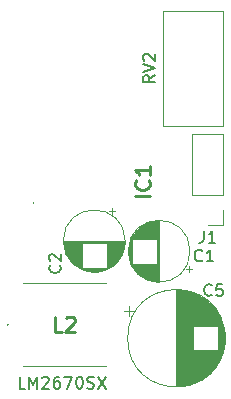
<source format=gbr>
%TF.GenerationSoftware,KiCad,Pcbnew,7.0.1*%
%TF.CreationDate,2023-06-01T20:44:39-07:00*%
%TF.ProjectId,LM2670SX-Carrier-SMD-inductor-ADJ,4c4d3236-3730-4535-982d-436172726965,rev?*%
%TF.SameCoordinates,Original*%
%TF.FileFunction,Legend,Top*%
%TF.FilePolarity,Positive*%
%FSLAX46Y46*%
G04 Gerber Fmt 4.6, Leading zero omitted, Abs format (unit mm)*
G04 Created by KiCad (PCBNEW 7.0.1) date 2023-06-01 20:44:39*
%MOMM*%
%LPD*%
G01*
G04 APERTURE LIST*
%ADD10C,0.150000*%
%ADD11C,0.254000*%
%ADD12C,0.120000*%
%ADD13C,0.100000*%
%ADD14C,0.200000*%
G04 APERTURE END LIST*
D10*
X173327233Y-116633633D02*
X172851043Y-116633633D01*
X172851043Y-116633633D02*
X172851043Y-115633633D01*
X173660567Y-116633633D02*
X173660567Y-115633633D01*
X173660567Y-115633633D02*
X173993900Y-116347918D01*
X173993900Y-116347918D02*
X174327233Y-115633633D01*
X174327233Y-115633633D02*
X174327233Y-116633633D01*
X174755805Y-115728871D02*
X174803424Y-115681252D01*
X174803424Y-115681252D02*
X174898662Y-115633633D01*
X174898662Y-115633633D02*
X175136757Y-115633633D01*
X175136757Y-115633633D02*
X175231995Y-115681252D01*
X175231995Y-115681252D02*
X175279614Y-115728871D01*
X175279614Y-115728871D02*
X175327233Y-115824109D01*
X175327233Y-115824109D02*
X175327233Y-115919347D01*
X175327233Y-115919347D02*
X175279614Y-116062204D01*
X175279614Y-116062204D02*
X174708186Y-116633633D01*
X174708186Y-116633633D02*
X175327233Y-116633633D01*
X176184376Y-115633633D02*
X175993900Y-115633633D01*
X175993900Y-115633633D02*
X175898662Y-115681252D01*
X175898662Y-115681252D02*
X175851043Y-115728871D01*
X175851043Y-115728871D02*
X175755805Y-115871728D01*
X175755805Y-115871728D02*
X175708186Y-116062204D01*
X175708186Y-116062204D02*
X175708186Y-116443156D01*
X175708186Y-116443156D02*
X175755805Y-116538394D01*
X175755805Y-116538394D02*
X175803424Y-116586014D01*
X175803424Y-116586014D02*
X175898662Y-116633633D01*
X175898662Y-116633633D02*
X176089138Y-116633633D01*
X176089138Y-116633633D02*
X176184376Y-116586014D01*
X176184376Y-116586014D02*
X176231995Y-116538394D01*
X176231995Y-116538394D02*
X176279614Y-116443156D01*
X176279614Y-116443156D02*
X176279614Y-116205061D01*
X176279614Y-116205061D02*
X176231995Y-116109823D01*
X176231995Y-116109823D02*
X176184376Y-116062204D01*
X176184376Y-116062204D02*
X176089138Y-116014585D01*
X176089138Y-116014585D02*
X175898662Y-116014585D01*
X175898662Y-116014585D02*
X175803424Y-116062204D01*
X175803424Y-116062204D02*
X175755805Y-116109823D01*
X175755805Y-116109823D02*
X175708186Y-116205061D01*
X176612948Y-115633633D02*
X177279614Y-115633633D01*
X177279614Y-115633633D02*
X176851043Y-116633633D01*
X177851043Y-115633633D02*
X177946281Y-115633633D01*
X177946281Y-115633633D02*
X178041519Y-115681252D01*
X178041519Y-115681252D02*
X178089138Y-115728871D01*
X178089138Y-115728871D02*
X178136757Y-115824109D01*
X178136757Y-115824109D02*
X178184376Y-116014585D01*
X178184376Y-116014585D02*
X178184376Y-116252680D01*
X178184376Y-116252680D02*
X178136757Y-116443156D01*
X178136757Y-116443156D02*
X178089138Y-116538394D01*
X178089138Y-116538394D02*
X178041519Y-116586014D01*
X178041519Y-116586014D02*
X177946281Y-116633633D01*
X177946281Y-116633633D02*
X177851043Y-116633633D01*
X177851043Y-116633633D02*
X177755805Y-116586014D01*
X177755805Y-116586014D02*
X177708186Y-116538394D01*
X177708186Y-116538394D02*
X177660567Y-116443156D01*
X177660567Y-116443156D02*
X177612948Y-116252680D01*
X177612948Y-116252680D02*
X177612948Y-116014585D01*
X177612948Y-116014585D02*
X177660567Y-115824109D01*
X177660567Y-115824109D02*
X177708186Y-115728871D01*
X177708186Y-115728871D02*
X177755805Y-115681252D01*
X177755805Y-115681252D02*
X177851043Y-115633633D01*
X178565329Y-116586014D02*
X178708186Y-116633633D01*
X178708186Y-116633633D02*
X178946281Y-116633633D01*
X178946281Y-116633633D02*
X179041519Y-116586014D01*
X179041519Y-116586014D02*
X179089138Y-116538394D01*
X179089138Y-116538394D02*
X179136757Y-116443156D01*
X179136757Y-116443156D02*
X179136757Y-116347918D01*
X179136757Y-116347918D02*
X179089138Y-116252680D01*
X179089138Y-116252680D02*
X179041519Y-116205061D01*
X179041519Y-116205061D02*
X178946281Y-116157442D01*
X178946281Y-116157442D02*
X178755805Y-116109823D01*
X178755805Y-116109823D02*
X178660567Y-116062204D01*
X178660567Y-116062204D02*
X178612948Y-116014585D01*
X178612948Y-116014585D02*
X178565329Y-115919347D01*
X178565329Y-115919347D02*
X178565329Y-115824109D01*
X178565329Y-115824109D02*
X178612948Y-115728871D01*
X178612948Y-115728871D02*
X178660567Y-115681252D01*
X178660567Y-115681252D02*
X178755805Y-115633633D01*
X178755805Y-115633633D02*
X178993900Y-115633633D01*
X178993900Y-115633633D02*
X179136757Y-115681252D01*
X179470091Y-115633633D02*
X180136757Y-116633633D01*
X180136757Y-115633633D02*
X179470091Y-116633633D01*
%TO.C,J1*%
X188414366Y-103262819D02*
X188414366Y-103977104D01*
X188414366Y-103977104D02*
X188366747Y-104119961D01*
X188366747Y-104119961D02*
X188271509Y-104215200D01*
X188271509Y-104215200D02*
X188128652Y-104262819D01*
X188128652Y-104262819D02*
X188033414Y-104262819D01*
X189414366Y-104262819D02*
X188842938Y-104262819D01*
X189128652Y-104262819D02*
X189128652Y-103262819D01*
X189128652Y-103262819D02*
X189033414Y-103405676D01*
X189033414Y-103405676D02*
X188938176Y-103500914D01*
X188938176Y-103500914D02*
X188842938Y-103548533D01*
%TO.C,C2*%
X176227462Y-106199968D02*
X176275082Y-106247587D01*
X176275082Y-106247587D02*
X176322701Y-106390444D01*
X176322701Y-106390444D02*
X176322701Y-106485682D01*
X176322701Y-106485682D02*
X176275082Y-106628539D01*
X176275082Y-106628539D02*
X176179843Y-106723777D01*
X176179843Y-106723777D02*
X176084605Y-106771396D01*
X176084605Y-106771396D02*
X175894129Y-106819015D01*
X175894129Y-106819015D02*
X175751272Y-106819015D01*
X175751272Y-106819015D02*
X175560796Y-106771396D01*
X175560796Y-106771396D02*
X175465558Y-106723777D01*
X175465558Y-106723777D02*
X175370320Y-106628539D01*
X175370320Y-106628539D02*
X175322701Y-106485682D01*
X175322701Y-106485682D02*
X175322701Y-106390444D01*
X175322701Y-106390444D02*
X175370320Y-106247587D01*
X175370320Y-106247587D02*
X175417939Y-106199968D01*
X175417939Y-105819015D02*
X175370320Y-105771396D01*
X175370320Y-105771396D02*
X175322701Y-105676158D01*
X175322701Y-105676158D02*
X175322701Y-105438063D01*
X175322701Y-105438063D02*
X175370320Y-105342825D01*
X175370320Y-105342825D02*
X175417939Y-105295206D01*
X175417939Y-105295206D02*
X175513177Y-105247587D01*
X175513177Y-105247587D02*
X175608415Y-105247587D01*
X175608415Y-105247587D02*
X175751272Y-105295206D01*
X175751272Y-105295206D02*
X176322701Y-105866634D01*
X176322701Y-105866634D02*
X176322701Y-105247587D01*
%TO.C,C1*%
X188294018Y-105765440D02*
X188246399Y-105813060D01*
X188246399Y-105813060D02*
X188103542Y-105860679D01*
X188103542Y-105860679D02*
X188008304Y-105860679D01*
X188008304Y-105860679D02*
X187865447Y-105813060D01*
X187865447Y-105813060D02*
X187770209Y-105717821D01*
X187770209Y-105717821D02*
X187722590Y-105622583D01*
X187722590Y-105622583D02*
X187674971Y-105432107D01*
X187674971Y-105432107D02*
X187674971Y-105289250D01*
X187674971Y-105289250D02*
X187722590Y-105098774D01*
X187722590Y-105098774D02*
X187770209Y-105003536D01*
X187770209Y-105003536D02*
X187865447Y-104908298D01*
X187865447Y-104908298D02*
X188008304Y-104860679D01*
X188008304Y-104860679D02*
X188103542Y-104860679D01*
X188103542Y-104860679D02*
X188246399Y-104908298D01*
X188246399Y-104908298D02*
X188294018Y-104955917D01*
X189246399Y-105860679D02*
X188674971Y-105860679D01*
X188960685Y-105860679D02*
X188960685Y-104860679D01*
X188960685Y-104860679D02*
X188865447Y-105003536D01*
X188865447Y-105003536D02*
X188770209Y-105098774D01*
X188770209Y-105098774D02*
X188674971Y-105146393D01*
%TO.C,C5*%
X189100268Y-108689602D02*
X189052649Y-108737222D01*
X189052649Y-108737222D02*
X188909792Y-108784841D01*
X188909792Y-108784841D02*
X188814554Y-108784841D01*
X188814554Y-108784841D02*
X188671697Y-108737222D01*
X188671697Y-108737222D02*
X188576459Y-108641983D01*
X188576459Y-108641983D02*
X188528840Y-108546745D01*
X188528840Y-108546745D02*
X188481221Y-108356269D01*
X188481221Y-108356269D02*
X188481221Y-108213412D01*
X188481221Y-108213412D02*
X188528840Y-108022936D01*
X188528840Y-108022936D02*
X188576459Y-107927698D01*
X188576459Y-107927698D02*
X188671697Y-107832460D01*
X188671697Y-107832460D02*
X188814554Y-107784841D01*
X188814554Y-107784841D02*
X188909792Y-107784841D01*
X188909792Y-107784841D02*
X189052649Y-107832460D01*
X189052649Y-107832460D02*
X189100268Y-107880079D01*
X190005030Y-107784841D02*
X189528840Y-107784841D01*
X189528840Y-107784841D02*
X189481221Y-108261031D01*
X189481221Y-108261031D02*
X189528840Y-108213412D01*
X189528840Y-108213412D02*
X189624078Y-108165793D01*
X189624078Y-108165793D02*
X189862173Y-108165793D01*
X189862173Y-108165793D02*
X189957411Y-108213412D01*
X189957411Y-108213412D02*
X190005030Y-108261031D01*
X190005030Y-108261031D02*
X190052649Y-108356269D01*
X190052649Y-108356269D02*
X190052649Y-108594364D01*
X190052649Y-108594364D02*
X190005030Y-108689602D01*
X190005030Y-108689602D02*
X189957411Y-108737222D01*
X189957411Y-108737222D02*
X189862173Y-108784841D01*
X189862173Y-108784841D02*
X189624078Y-108784841D01*
X189624078Y-108784841D02*
X189528840Y-108737222D01*
X189528840Y-108737222D02*
X189481221Y-108689602D01*
D11*
%TO.C,L2*%
X176408467Y-111802072D02*
X175803705Y-111802072D01*
X175803705Y-111802072D02*
X175803705Y-110532072D01*
X176771324Y-110653024D02*
X176831800Y-110592548D01*
X176831800Y-110592548D02*
X176952753Y-110532072D01*
X176952753Y-110532072D02*
X177255134Y-110532072D01*
X177255134Y-110532072D02*
X177376086Y-110592548D01*
X177376086Y-110592548D02*
X177436562Y-110653024D01*
X177436562Y-110653024D02*
X177497039Y-110773976D01*
X177497039Y-110773976D02*
X177497039Y-110894929D01*
X177497039Y-110894929D02*
X177436562Y-111076357D01*
X177436562Y-111076357D02*
X176710848Y-111802072D01*
X176710848Y-111802072D02*
X177497039Y-111802072D01*
D10*
%TO.C,RV2*%
X184308890Y-90100686D02*
X183832699Y-90434019D01*
X184308890Y-90672114D02*
X183308890Y-90672114D01*
X183308890Y-90672114D02*
X183308890Y-90291162D01*
X183308890Y-90291162D02*
X183356509Y-90195924D01*
X183356509Y-90195924D02*
X183404128Y-90148305D01*
X183404128Y-90148305D02*
X183499366Y-90100686D01*
X183499366Y-90100686D02*
X183642223Y-90100686D01*
X183642223Y-90100686D02*
X183737461Y-90148305D01*
X183737461Y-90148305D02*
X183785080Y-90195924D01*
X183785080Y-90195924D02*
X183832699Y-90291162D01*
X183832699Y-90291162D02*
X183832699Y-90672114D01*
X183308890Y-89814971D02*
X184308890Y-89481638D01*
X184308890Y-89481638D02*
X183308890Y-89148305D01*
X183404128Y-88862590D02*
X183356509Y-88814971D01*
X183356509Y-88814971D02*
X183308890Y-88719733D01*
X183308890Y-88719733D02*
X183308890Y-88481638D01*
X183308890Y-88481638D02*
X183356509Y-88386400D01*
X183356509Y-88386400D02*
X183404128Y-88338781D01*
X183404128Y-88338781D02*
X183499366Y-88291162D01*
X183499366Y-88291162D02*
X183594604Y-88291162D01*
X183594604Y-88291162D02*
X183737461Y-88338781D01*
X183737461Y-88338781D02*
X184308890Y-88910209D01*
X184308890Y-88910209D02*
X184308890Y-88291162D01*
D11*
%TO.C,IC1*%
X183882329Y-100328745D02*
X182612329Y-100328745D01*
X183761376Y-98998268D02*
X183821853Y-99058744D01*
X183821853Y-99058744D02*
X183882329Y-99240173D01*
X183882329Y-99240173D02*
X183882329Y-99361125D01*
X183882329Y-99361125D02*
X183821853Y-99542554D01*
X183821853Y-99542554D02*
X183700900Y-99663506D01*
X183700900Y-99663506D02*
X183579948Y-99723983D01*
X183579948Y-99723983D02*
X183338043Y-99784459D01*
X183338043Y-99784459D02*
X183156614Y-99784459D01*
X183156614Y-99784459D02*
X182914710Y-99723983D01*
X182914710Y-99723983D02*
X182793757Y-99663506D01*
X182793757Y-99663506D02*
X182672805Y-99542554D01*
X182672805Y-99542554D02*
X182612329Y-99361125D01*
X182612329Y-99361125D02*
X182612329Y-99240173D01*
X182612329Y-99240173D02*
X182672805Y-99058744D01*
X182672805Y-99058744D02*
X182733281Y-98998268D01*
X183882329Y-97788744D02*
X183882329Y-98514459D01*
X183882329Y-98151602D02*
X182612329Y-98151602D01*
X182612329Y-98151602D02*
X182793757Y-98272554D01*
X182793757Y-98272554D02*
X182914710Y-98393506D01*
X182914710Y-98393506D02*
X182975186Y-98514459D01*
D12*
%TO.C,J1*%
X190077700Y-102800200D02*
X188747700Y-102800200D01*
X190077700Y-101470200D02*
X190077700Y-102800200D01*
X190077700Y-100200200D02*
X190077700Y-95060200D01*
X190077700Y-100200200D02*
X187417700Y-100200200D01*
X190077700Y-95060200D02*
X187417700Y-95060200D01*
X187417700Y-100200200D02*
X187417700Y-95060200D01*
%TO.C,C2*%
X180631213Y-101324984D02*
X180631213Y-101824984D01*
X180881213Y-101574984D02*
X180381213Y-101574984D01*
X181736213Y-104129759D02*
X176576213Y-104129759D01*
X181736213Y-104169759D02*
X176576213Y-104169759D01*
X181735213Y-104209759D02*
X176577213Y-104209759D01*
X181734213Y-104249759D02*
X176578213Y-104249759D01*
X181732213Y-104289759D02*
X176580213Y-104289759D01*
X181729213Y-104329759D02*
X176583213Y-104329759D01*
X181725213Y-104369759D02*
X180196213Y-104369759D01*
X178116213Y-104369759D02*
X176587213Y-104369759D01*
X181721213Y-104409759D02*
X180196213Y-104409759D01*
X178116213Y-104409759D02*
X176591213Y-104409759D01*
X181717213Y-104449759D02*
X180196213Y-104449759D01*
X178116213Y-104449759D02*
X176595213Y-104449759D01*
X181712213Y-104489759D02*
X180196213Y-104489759D01*
X178116213Y-104489759D02*
X176600213Y-104489759D01*
X181706213Y-104529759D02*
X180196213Y-104529759D01*
X178116213Y-104529759D02*
X176606213Y-104529759D01*
X181699213Y-104569759D02*
X180196213Y-104569759D01*
X178116213Y-104569759D02*
X176613213Y-104569759D01*
X181692213Y-104609759D02*
X180196213Y-104609759D01*
X178116213Y-104609759D02*
X176620213Y-104609759D01*
X181684213Y-104649759D02*
X180196213Y-104649759D01*
X178116213Y-104649759D02*
X176628213Y-104649759D01*
X181676213Y-104689759D02*
X180196213Y-104689759D01*
X178116213Y-104689759D02*
X176636213Y-104689759D01*
X181667213Y-104729759D02*
X180196213Y-104729759D01*
X178116213Y-104729759D02*
X176645213Y-104729759D01*
X181657213Y-104769759D02*
X180196213Y-104769759D01*
X178116213Y-104769759D02*
X176655213Y-104769759D01*
X181647213Y-104809759D02*
X180196213Y-104809759D01*
X178116213Y-104809759D02*
X176665213Y-104809759D01*
X181636213Y-104850759D02*
X180196213Y-104850759D01*
X178116213Y-104850759D02*
X176676213Y-104850759D01*
X181624213Y-104890759D02*
X180196213Y-104890759D01*
X178116213Y-104890759D02*
X176688213Y-104890759D01*
X181611213Y-104930759D02*
X180196213Y-104930759D01*
X178116213Y-104930759D02*
X176701213Y-104930759D01*
X181598213Y-104970759D02*
X180196213Y-104970759D01*
X178116213Y-104970759D02*
X176714213Y-104970759D01*
X181584213Y-105010759D02*
X180196213Y-105010759D01*
X178116213Y-105010759D02*
X176728213Y-105010759D01*
X181570213Y-105050759D02*
X180196213Y-105050759D01*
X178116213Y-105050759D02*
X176742213Y-105050759D01*
X181554213Y-105090759D02*
X180196213Y-105090759D01*
X178116213Y-105090759D02*
X176758213Y-105090759D01*
X181538213Y-105130759D02*
X180196213Y-105130759D01*
X178116213Y-105130759D02*
X176774213Y-105130759D01*
X181521213Y-105170759D02*
X180196213Y-105170759D01*
X178116213Y-105170759D02*
X176791213Y-105170759D01*
X181504213Y-105210759D02*
X180196213Y-105210759D01*
X178116213Y-105210759D02*
X176808213Y-105210759D01*
X181485213Y-105250759D02*
X180196213Y-105250759D01*
X178116213Y-105250759D02*
X176827213Y-105250759D01*
X181466213Y-105290759D02*
X180196213Y-105290759D01*
X178116213Y-105290759D02*
X176846213Y-105290759D01*
X181446213Y-105330759D02*
X180196213Y-105330759D01*
X178116213Y-105330759D02*
X176866213Y-105330759D01*
X181424213Y-105370759D02*
X180196213Y-105370759D01*
X178116213Y-105370759D02*
X176888213Y-105370759D01*
X181403213Y-105410759D02*
X180196213Y-105410759D01*
X178116213Y-105410759D02*
X176909213Y-105410759D01*
X181380213Y-105450759D02*
X180196213Y-105450759D01*
X178116213Y-105450759D02*
X176932213Y-105450759D01*
X181356213Y-105490759D02*
X180196213Y-105490759D01*
X178116213Y-105490759D02*
X176956213Y-105490759D01*
X181331213Y-105530759D02*
X180196213Y-105530759D01*
X178116213Y-105530759D02*
X176981213Y-105530759D01*
X181305213Y-105570759D02*
X180196213Y-105570759D01*
X178116213Y-105570759D02*
X177007213Y-105570759D01*
X181278213Y-105610759D02*
X180196213Y-105610759D01*
X178116213Y-105610759D02*
X177034213Y-105610759D01*
X181251213Y-105650759D02*
X180196213Y-105650759D01*
X178116213Y-105650759D02*
X177061213Y-105650759D01*
X181221213Y-105690759D02*
X180196213Y-105690759D01*
X178116213Y-105690759D02*
X177091213Y-105690759D01*
X181191213Y-105730759D02*
X180196213Y-105730759D01*
X178116213Y-105730759D02*
X177121213Y-105730759D01*
X181160213Y-105770759D02*
X180196213Y-105770759D01*
X178116213Y-105770759D02*
X177152213Y-105770759D01*
X181127213Y-105810759D02*
X180196213Y-105810759D01*
X178116213Y-105810759D02*
X177185213Y-105810759D01*
X181093213Y-105850759D02*
X180196213Y-105850759D01*
X178116213Y-105850759D02*
X177219213Y-105850759D01*
X181057213Y-105890759D02*
X180196213Y-105890759D01*
X178116213Y-105890759D02*
X177255213Y-105890759D01*
X181020213Y-105930759D02*
X180196213Y-105930759D01*
X178116213Y-105930759D02*
X177292213Y-105930759D01*
X180982213Y-105970759D02*
X180196213Y-105970759D01*
X178116213Y-105970759D02*
X177330213Y-105970759D01*
X180941213Y-106010759D02*
X180196213Y-106010759D01*
X178116213Y-106010759D02*
X177371213Y-106010759D01*
X180899213Y-106050759D02*
X180196213Y-106050759D01*
X178116213Y-106050759D02*
X177413213Y-106050759D01*
X180855213Y-106090759D02*
X180196213Y-106090759D01*
X178116213Y-106090759D02*
X177457213Y-106090759D01*
X180809213Y-106130759D02*
X180196213Y-106130759D01*
X178116213Y-106130759D02*
X177503213Y-106130759D01*
X180761213Y-106170759D02*
X180196213Y-106170759D01*
X178116213Y-106170759D02*
X177551213Y-106170759D01*
X180710213Y-106210759D02*
X180196213Y-106210759D01*
X178116213Y-106210759D02*
X177602213Y-106210759D01*
X180656213Y-106250759D02*
X180196213Y-106250759D01*
X178116213Y-106250759D02*
X177656213Y-106250759D01*
X180599213Y-106290759D02*
X180196213Y-106290759D01*
X178116213Y-106290759D02*
X177713213Y-106290759D01*
X180539213Y-106330759D02*
X180196213Y-106330759D01*
X178116213Y-106330759D02*
X177773213Y-106330759D01*
X180475213Y-106370759D02*
X180196213Y-106370759D01*
X178116213Y-106370759D02*
X177837213Y-106370759D01*
X180407213Y-106410759D02*
X180196213Y-106410759D01*
X178116213Y-106410759D02*
X177905213Y-106410759D01*
X180334213Y-106450759D02*
X177978213Y-106450759D01*
X180254213Y-106490759D02*
X178058213Y-106490759D01*
X180167213Y-106530759D02*
X178145213Y-106530759D01*
X180071213Y-106570759D02*
X178241213Y-106570759D01*
X179961213Y-106610759D02*
X178351213Y-106610759D01*
X179833213Y-106650759D02*
X178479213Y-106650759D01*
X179674213Y-106690759D02*
X178638213Y-106690759D01*
X179440213Y-106730759D02*
X178872213Y-106730759D01*
X181776213Y-104129759D02*
G75*
G03*
X181776213Y-104129759I-2620000J0D01*
G01*
%TO.C,C1*%
X187452327Y-106475951D02*
X186952327Y-106475951D01*
X187202327Y-106725951D02*
X187202327Y-106225951D01*
X184647552Y-107580951D02*
X184647552Y-102420951D01*
X184607552Y-107580951D02*
X184607552Y-102420951D01*
X184567552Y-107579951D02*
X184567552Y-102421951D01*
X184527552Y-107578951D02*
X184527552Y-102422951D01*
X184487552Y-107576951D02*
X184487552Y-102424951D01*
X184447552Y-107573951D02*
X184447552Y-102427951D01*
X184407552Y-107569951D02*
X184407552Y-106040951D01*
X184407552Y-103960951D02*
X184407552Y-102431951D01*
X184367552Y-107565951D02*
X184367552Y-106040951D01*
X184367552Y-103960951D02*
X184367552Y-102435951D01*
X184327552Y-107561951D02*
X184327552Y-106040951D01*
X184327552Y-103960951D02*
X184327552Y-102439951D01*
X184287552Y-107556951D02*
X184287552Y-106040951D01*
X184287552Y-103960951D02*
X184287552Y-102444951D01*
X184247552Y-107550951D02*
X184247552Y-106040951D01*
X184247552Y-103960951D02*
X184247552Y-102450951D01*
X184207552Y-107543951D02*
X184207552Y-106040951D01*
X184207552Y-103960951D02*
X184207552Y-102457951D01*
X184167552Y-107536951D02*
X184167552Y-106040951D01*
X184167552Y-103960951D02*
X184167552Y-102464951D01*
X184127552Y-107528951D02*
X184127552Y-106040951D01*
X184127552Y-103960951D02*
X184127552Y-102472951D01*
X184087552Y-107520951D02*
X184087552Y-106040951D01*
X184087552Y-103960951D02*
X184087552Y-102480951D01*
X184047552Y-107511951D02*
X184047552Y-106040951D01*
X184047552Y-103960951D02*
X184047552Y-102489951D01*
X184007552Y-107501951D02*
X184007552Y-106040951D01*
X184007552Y-103960951D02*
X184007552Y-102499951D01*
X183967552Y-107491951D02*
X183967552Y-106040951D01*
X183967552Y-103960951D02*
X183967552Y-102509951D01*
X183926552Y-107480951D02*
X183926552Y-106040951D01*
X183926552Y-103960951D02*
X183926552Y-102520951D01*
X183886552Y-107468951D02*
X183886552Y-106040951D01*
X183886552Y-103960951D02*
X183886552Y-102532951D01*
X183846552Y-107455951D02*
X183846552Y-106040951D01*
X183846552Y-103960951D02*
X183846552Y-102545951D01*
X183806552Y-107442951D02*
X183806552Y-106040951D01*
X183806552Y-103960951D02*
X183806552Y-102558951D01*
X183766552Y-107428951D02*
X183766552Y-106040951D01*
X183766552Y-103960951D02*
X183766552Y-102572951D01*
X183726552Y-107414951D02*
X183726552Y-106040951D01*
X183726552Y-103960951D02*
X183726552Y-102586951D01*
X183686552Y-107398951D02*
X183686552Y-106040951D01*
X183686552Y-103960951D02*
X183686552Y-102602951D01*
X183646552Y-107382951D02*
X183646552Y-106040951D01*
X183646552Y-103960951D02*
X183646552Y-102618951D01*
X183606552Y-107365951D02*
X183606552Y-106040951D01*
X183606552Y-103960951D02*
X183606552Y-102635951D01*
X183566552Y-107348951D02*
X183566552Y-106040951D01*
X183566552Y-103960951D02*
X183566552Y-102652951D01*
X183526552Y-107329951D02*
X183526552Y-106040951D01*
X183526552Y-103960951D02*
X183526552Y-102671951D01*
X183486552Y-107310951D02*
X183486552Y-106040951D01*
X183486552Y-103960951D02*
X183486552Y-102690951D01*
X183446552Y-107290951D02*
X183446552Y-106040951D01*
X183446552Y-103960951D02*
X183446552Y-102710951D01*
X183406552Y-107268951D02*
X183406552Y-106040951D01*
X183406552Y-103960951D02*
X183406552Y-102732951D01*
X183366552Y-107247951D02*
X183366552Y-106040951D01*
X183366552Y-103960951D02*
X183366552Y-102753951D01*
X183326552Y-107224951D02*
X183326552Y-106040951D01*
X183326552Y-103960951D02*
X183326552Y-102776951D01*
X183286552Y-107200951D02*
X183286552Y-106040951D01*
X183286552Y-103960951D02*
X183286552Y-102800951D01*
X183246552Y-107175951D02*
X183246552Y-106040951D01*
X183246552Y-103960951D02*
X183246552Y-102825951D01*
X183206552Y-107149951D02*
X183206552Y-106040951D01*
X183206552Y-103960951D02*
X183206552Y-102851951D01*
X183166552Y-107122951D02*
X183166552Y-106040951D01*
X183166552Y-103960951D02*
X183166552Y-102878951D01*
X183126552Y-107095951D02*
X183126552Y-106040951D01*
X183126552Y-103960951D02*
X183126552Y-102905951D01*
X183086552Y-107065951D02*
X183086552Y-106040951D01*
X183086552Y-103960951D02*
X183086552Y-102935951D01*
X183046552Y-107035951D02*
X183046552Y-106040951D01*
X183046552Y-103960951D02*
X183046552Y-102965951D01*
X183006552Y-107004951D02*
X183006552Y-106040951D01*
X183006552Y-103960951D02*
X183006552Y-102996951D01*
X182966552Y-106971951D02*
X182966552Y-106040951D01*
X182966552Y-103960951D02*
X182966552Y-103029951D01*
X182926552Y-106937951D02*
X182926552Y-106040951D01*
X182926552Y-103960951D02*
X182926552Y-103063951D01*
X182886552Y-106901951D02*
X182886552Y-106040951D01*
X182886552Y-103960951D02*
X182886552Y-103099951D01*
X182846552Y-106864951D02*
X182846552Y-106040951D01*
X182846552Y-103960951D02*
X182846552Y-103136951D01*
X182806552Y-106826951D02*
X182806552Y-106040951D01*
X182806552Y-103960951D02*
X182806552Y-103174951D01*
X182766552Y-106785951D02*
X182766552Y-106040951D01*
X182766552Y-103960951D02*
X182766552Y-103215951D01*
X182726552Y-106743951D02*
X182726552Y-106040951D01*
X182726552Y-103960951D02*
X182726552Y-103257951D01*
X182686552Y-106699951D02*
X182686552Y-106040951D01*
X182686552Y-103960951D02*
X182686552Y-103301951D01*
X182646552Y-106653951D02*
X182646552Y-106040951D01*
X182646552Y-103960951D02*
X182646552Y-103347951D01*
X182606552Y-106605951D02*
X182606552Y-106040951D01*
X182606552Y-103960951D02*
X182606552Y-103395951D01*
X182566552Y-106554951D02*
X182566552Y-106040951D01*
X182566552Y-103960951D02*
X182566552Y-103446951D01*
X182526552Y-106500951D02*
X182526552Y-106040951D01*
X182526552Y-103960951D02*
X182526552Y-103500951D01*
X182486552Y-106443951D02*
X182486552Y-106040951D01*
X182486552Y-103960951D02*
X182486552Y-103557951D01*
X182446552Y-106383951D02*
X182446552Y-106040951D01*
X182446552Y-103960951D02*
X182446552Y-103617951D01*
X182406552Y-106319951D02*
X182406552Y-106040951D01*
X182406552Y-103960951D02*
X182406552Y-103681951D01*
X182366552Y-106251951D02*
X182366552Y-106040951D01*
X182366552Y-103960951D02*
X182366552Y-103749951D01*
X182326552Y-106178951D02*
X182326552Y-103822951D01*
X182286552Y-106098951D02*
X182286552Y-103902951D01*
X182246552Y-106011951D02*
X182246552Y-103989951D01*
X182206552Y-105915951D02*
X182206552Y-104085951D01*
X182166552Y-105805951D02*
X182166552Y-104195951D01*
X182126552Y-105677951D02*
X182126552Y-104323951D01*
X182086552Y-105518951D02*
X182086552Y-104482951D01*
X182046552Y-105284951D02*
X182046552Y-104716951D01*
X187267552Y-105000951D02*
G75*
G03*
X187267552Y-105000951I-2620000J0D01*
G01*
%TO.C,C5*%
X181697728Y-110049040D02*
X182497728Y-110049040D01*
X182097728Y-109649040D02*
X182097728Y-110449040D01*
X186107426Y-108284040D02*
X186107426Y-116444040D01*
X186147426Y-108284040D02*
X186147426Y-116444040D01*
X186187426Y-108284040D02*
X186187426Y-116444040D01*
X186227426Y-108285040D02*
X186227426Y-116443040D01*
X186267426Y-108287040D02*
X186267426Y-116441040D01*
X186307426Y-108288040D02*
X186307426Y-116440040D01*
X186347426Y-108290040D02*
X186347426Y-116438040D01*
X186387426Y-108293040D02*
X186387426Y-116435040D01*
X186427426Y-108296040D02*
X186427426Y-116432040D01*
X186467426Y-108299040D02*
X186467426Y-116429040D01*
X186507426Y-108303040D02*
X186507426Y-116425040D01*
X186547426Y-108307040D02*
X186547426Y-116421040D01*
X186587426Y-108312040D02*
X186587426Y-116416040D01*
X186627426Y-108316040D02*
X186627426Y-116412040D01*
X186667426Y-108322040D02*
X186667426Y-116406040D01*
X186707426Y-108327040D02*
X186707426Y-116401040D01*
X186747426Y-108334040D02*
X186747426Y-116394040D01*
X186787426Y-108340040D02*
X186787426Y-116388040D01*
X186828426Y-108347040D02*
X186828426Y-116381040D01*
X186868426Y-108354040D02*
X186868426Y-116374040D01*
X186908426Y-108362040D02*
X186908426Y-116366040D01*
X186948426Y-108370040D02*
X186948426Y-116358040D01*
X186988426Y-108379040D02*
X186988426Y-116349040D01*
X187028426Y-108388040D02*
X187028426Y-116340040D01*
X187068426Y-108397040D02*
X187068426Y-116331040D01*
X187108426Y-108407040D02*
X187108426Y-116321040D01*
X187148426Y-108417040D02*
X187148426Y-116311040D01*
X187188426Y-108428040D02*
X187188426Y-116300040D01*
X187228426Y-108439040D02*
X187228426Y-116289040D01*
X187268426Y-108450040D02*
X187268426Y-116278040D01*
X187308426Y-108462040D02*
X187308426Y-116266040D01*
X187348426Y-108475040D02*
X187348426Y-116253040D01*
X187388426Y-108487040D02*
X187388426Y-116241040D01*
X187428426Y-108501040D02*
X187428426Y-116227040D01*
X187468426Y-108514040D02*
X187468426Y-116214040D01*
X187508426Y-108529040D02*
X187508426Y-116199040D01*
X187548426Y-108543040D02*
X187548426Y-116185040D01*
X187588426Y-108559040D02*
X187588426Y-111324040D01*
X187588426Y-113404040D02*
X187588426Y-116169040D01*
X187628426Y-108574040D02*
X187628426Y-111324040D01*
X187628426Y-113404040D02*
X187628426Y-116154040D01*
X187668426Y-108590040D02*
X187668426Y-111324040D01*
X187668426Y-113404040D02*
X187668426Y-116138040D01*
X187708426Y-108607040D02*
X187708426Y-111324040D01*
X187708426Y-113404040D02*
X187708426Y-116121040D01*
X187748426Y-108624040D02*
X187748426Y-111324040D01*
X187748426Y-113404040D02*
X187748426Y-116104040D01*
X187788426Y-108642040D02*
X187788426Y-111324040D01*
X187788426Y-113404040D02*
X187788426Y-116086040D01*
X187828426Y-108660040D02*
X187828426Y-111324040D01*
X187828426Y-113404040D02*
X187828426Y-116068040D01*
X187868426Y-108678040D02*
X187868426Y-111324040D01*
X187868426Y-113404040D02*
X187868426Y-116050040D01*
X187908426Y-108698040D02*
X187908426Y-111324040D01*
X187908426Y-113404040D02*
X187908426Y-116030040D01*
X187948426Y-108717040D02*
X187948426Y-111324040D01*
X187948426Y-113404040D02*
X187948426Y-116011040D01*
X187988426Y-108737040D02*
X187988426Y-111324040D01*
X187988426Y-113404040D02*
X187988426Y-115991040D01*
X188028426Y-108758040D02*
X188028426Y-111324040D01*
X188028426Y-113404040D02*
X188028426Y-115970040D01*
X188068426Y-108780040D02*
X188068426Y-111324040D01*
X188068426Y-113404040D02*
X188068426Y-115948040D01*
X188108426Y-108802040D02*
X188108426Y-111324040D01*
X188108426Y-113404040D02*
X188108426Y-115926040D01*
X188148426Y-108824040D02*
X188148426Y-111324040D01*
X188148426Y-113404040D02*
X188148426Y-115904040D01*
X188188426Y-108847040D02*
X188188426Y-111324040D01*
X188188426Y-113404040D02*
X188188426Y-115881040D01*
X188228426Y-108871040D02*
X188228426Y-111324040D01*
X188228426Y-113404040D02*
X188228426Y-115857040D01*
X188268426Y-108895040D02*
X188268426Y-111324040D01*
X188268426Y-113404040D02*
X188268426Y-115833040D01*
X188308426Y-108920040D02*
X188308426Y-111324040D01*
X188308426Y-113404040D02*
X188308426Y-115808040D01*
X188348426Y-108946040D02*
X188348426Y-111324040D01*
X188348426Y-113404040D02*
X188348426Y-115782040D01*
X188388426Y-108972040D02*
X188388426Y-111324040D01*
X188388426Y-113404040D02*
X188388426Y-115756040D01*
X188428426Y-108999040D02*
X188428426Y-111324040D01*
X188428426Y-113404040D02*
X188428426Y-115729040D01*
X188468426Y-109026040D02*
X188468426Y-111324040D01*
X188468426Y-113404040D02*
X188468426Y-115702040D01*
X188508426Y-109055040D02*
X188508426Y-111324040D01*
X188508426Y-113404040D02*
X188508426Y-115673040D01*
X188548426Y-109084040D02*
X188548426Y-111324040D01*
X188548426Y-113404040D02*
X188548426Y-115644040D01*
X188588426Y-109114040D02*
X188588426Y-111324040D01*
X188588426Y-113404040D02*
X188588426Y-115614040D01*
X188628426Y-109144040D02*
X188628426Y-111324040D01*
X188628426Y-113404040D02*
X188628426Y-115584040D01*
X188668426Y-109175040D02*
X188668426Y-111324040D01*
X188668426Y-113404040D02*
X188668426Y-115553040D01*
X188708426Y-109208040D02*
X188708426Y-111324040D01*
X188708426Y-113404040D02*
X188708426Y-115520040D01*
X188748426Y-109240040D02*
X188748426Y-111324040D01*
X188748426Y-113404040D02*
X188748426Y-115488040D01*
X188788426Y-109274040D02*
X188788426Y-111324040D01*
X188788426Y-113404040D02*
X188788426Y-115454040D01*
X188828426Y-109309040D02*
X188828426Y-111324040D01*
X188828426Y-113404040D02*
X188828426Y-115419040D01*
X188868426Y-109345040D02*
X188868426Y-111324040D01*
X188868426Y-113404040D02*
X188868426Y-115383040D01*
X188908426Y-109381040D02*
X188908426Y-111324040D01*
X188908426Y-113404040D02*
X188908426Y-115347040D01*
X188948426Y-109419040D02*
X188948426Y-111324040D01*
X188948426Y-113404040D02*
X188948426Y-115309040D01*
X188988426Y-109457040D02*
X188988426Y-111324040D01*
X188988426Y-113404040D02*
X188988426Y-115271040D01*
X189028426Y-109497040D02*
X189028426Y-111324040D01*
X189028426Y-113404040D02*
X189028426Y-115231040D01*
X189068426Y-109538040D02*
X189068426Y-111324040D01*
X189068426Y-113404040D02*
X189068426Y-115190040D01*
X189108426Y-109580040D02*
X189108426Y-111324040D01*
X189108426Y-113404040D02*
X189108426Y-115148040D01*
X189148426Y-109623040D02*
X189148426Y-111324040D01*
X189148426Y-113404040D02*
X189148426Y-115105040D01*
X189188426Y-109667040D02*
X189188426Y-111324040D01*
X189188426Y-113404040D02*
X189188426Y-115061040D01*
X189228426Y-109713040D02*
X189228426Y-111324040D01*
X189228426Y-113404040D02*
X189228426Y-115015040D01*
X189268426Y-109760040D02*
X189268426Y-111324040D01*
X189268426Y-113404040D02*
X189268426Y-114968040D01*
X189308426Y-109808040D02*
X189308426Y-111324040D01*
X189308426Y-113404040D02*
X189308426Y-114920040D01*
X189348426Y-109859040D02*
X189348426Y-111324040D01*
X189348426Y-113404040D02*
X189348426Y-114869040D01*
X189388426Y-109910040D02*
X189388426Y-111324040D01*
X189388426Y-113404040D02*
X189388426Y-114818040D01*
X189428426Y-109964040D02*
X189428426Y-111324040D01*
X189428426Y-113404040D02*
X189428426Y-114764040D01*
X189468426Y-110019040D02*
X189468426Y-111324040D01*
X189468426Y-113404040D02*
X189468426Y-114709040D01*
X189508426Y-110077040D02*
X189508426Y-111324040D01*
X189508426Y-113404040D02*
X189508426Y-114651040D01*
X189548426Y-110136040D02*
X189548426Y-111324040D01*
X189548426Y-113404040D02*
X189548426Y-114592040D01*
X189588426Y-110198040D02*
X189588426Y-111324040D01*
X189588426Y-113404040D02*
X189588426Y-114530040D01*
X189628426Y-110262040D02*
X189628426Y-111324040D01*
X189628426Y-113404040D02*
X189628426Y-114466040D01*
X189668426Y-110330040D02*
X189668426Y-114398040D01*
X189708426Y-110400040D02*
X189708426Y-114328040D01*
X189748426Y-110474040D02*
X189748426Y-114254040D01*
X189788426Y-110551040D02*
X189788426Y-114177040D01*
X189828426Y-110633040D02*
X189828426Y-114095040D01*
X189868426Y-110719040D02*
X189868426Y-114009040D01*
X189908426Y-110812040D02*
X189908426Y-113916040D01*
X189948426Y-110911040D02*
X189948426Y-113817040D01*
X189988426Y-111018040D02*
X189988426Y-113710040D01*
X190028426Y-111135040D02*
X190028426Y-113593040D01*
X190068426Y-111266040D02*
X190068426Y-113462040D01*
X190108426Y-111416040D02*
X190108426Y-113312040D01*
X190148426Y-111596040D02*
X190148426Y-113132040D01*
X190188426Y-111831040D02*
X190188426Y-112897040D01*
X190227426Y-112364040D02*
G75*
G03*
X190227426Y-112364040I-4120000J0D01*
G01*
D13*
%TO.C,L2*%
X173120134Y-107714546D02*
X180120134Y-107714546D01*
X180120134Y-114714546D02*
X173120134Y-114714546D01*
D14*
X171845134Y-111214546D02*
G75*
G03*
X171845134Y-111214546I-50000J0D01*
G01*
D12*
%TO.C,RV2*%
X184976271Y-94390448D02*
X190046271Y-94390448D01*
X184976271Y-94390448D02*
X184976271Y-84620448D01*
X190046271Y-94390448D02*
X190046271Y-84620448D01*
X184976271Y-84620448D02*
X190046271Y-84620448D01*
D13*
%TO.C,IC1*%
X173990000Y-100840000D02*
X173990000Y-100840000D01*
X173990000Y-100940000D02*
X173990000Y-100940000D01*
X173990000Y-100940000D02*
G75*
G03*
X173990000Y-100840000I0J50000D01*
G01*
X173990000Y-100840000D02*
G75*
G03*
X173990000Y-100940000I0J-50000D01*
G01*
%TD*%
M02*

</source>
